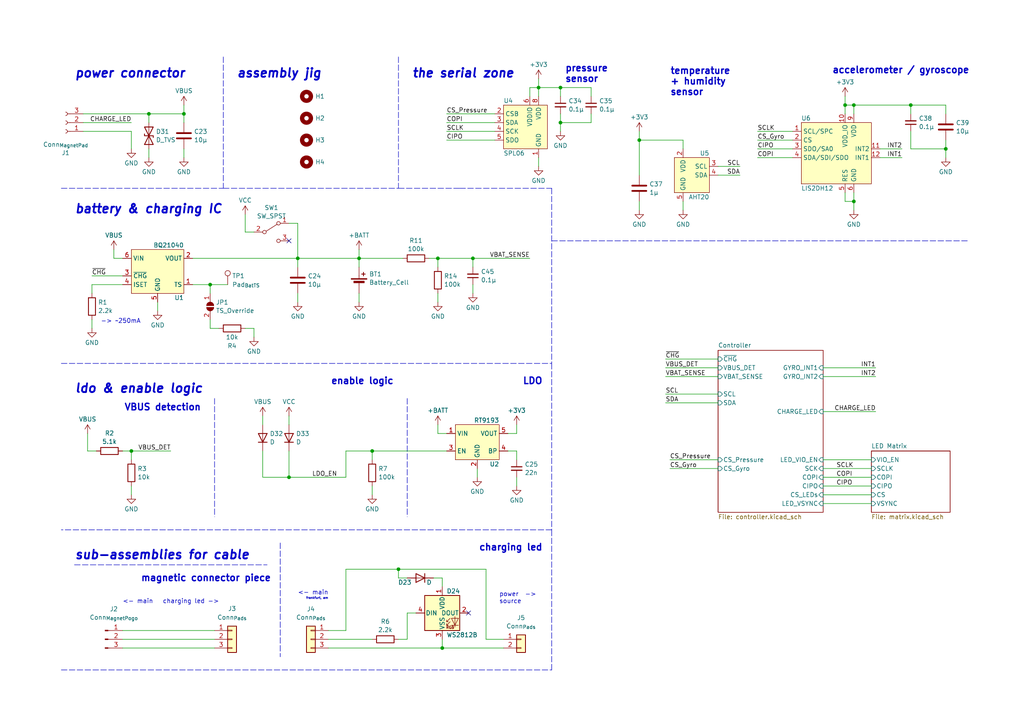
<source format=kicad_sch>
(kicad_sch (version 20230121) (generator eeschema)
  (paper "A4")
  (title_block (title "Self contained addressible RGB ring for 3M 501") (date "2024-01-08") (rev "r0.1") (company "xenua"))
  (lib_symbols
    (symbol "Connector:Conn_01x03_Pin" (pin_names (offset 1.016) hide)
      (property "Reference" "J" (at 0 5.08 0))
      (property "Value" "Conn_01x03_Pin" (at 0 -5.08 0))
      (symbol "Conn_01x03_Pin_1_1"
        (polyline (pts (xy 1.27 -2.54) (xy 0.8636 -2.54)) (stroke (width 0.1524)))
        (polyline (pts (xy 1.27 0) (xy 0.8636 0)) (stroke (width 0.1524)))
        (polyline (pts (xy 1.27 2.54) (xy 0.8636 2.54)) (stroke (width 0.1524)))
        (rectangle (start 0.8636 -2.413) (end 0 -2.667) (stroke (width 0.1524)) (fill (type outline)))
        (rectangle (start 0.8636 0.127) (end 0 -0.127) (stroke (width 0.1524)) (fill (type outline)))
        (rectangle (start 0.8636 2.667) (end 0 2.413) (stroke (width 0.1524)) (fill (type outline)))
        (pin passive line (at 5.08 2.54 180) (length 3.81) (name "Pin_1") (number "1"))
        (pin passive line (at 5.08 0 180) (length 3.81) (name "Pin_2") (number "2"))
        (pin passive line (at 5.08 -2.54 180) (length 3.81) (name "Pin_3") (number "3"))
      )
    )
    (symbol "Connector:Conn_01x03_Socket" (pin_names (offset 1.016) hide)
      (property "Reference" "J" (at 0 5.08 0))
      (property "Value" "Conn_01x03_Socket" (at 0 -5.08 0))
      (symbol "Conn_01x03_Socket_1_1"
        (arc (start 0 -2.032) (mid -0.5058 -2.54) (end 0 -3.048) (stroke (width 0.1524)))
        (polyline (pts (xy -1.27 -2.54) (xy -0.508 -2.54)) (stroke (width 0.1524)))
        (polyline (pts (xy -1.27 0) (xy -0.508 0)) (stroke (width 0.1524)))
        (polyline (pts (xy -1.27 2.54) (xy -0.508 2.54)) (stroke (width 0.1524)))
        (arc (start 0 0.508) (mid -0.5058 0) (end 0 -0.508) (stroke (width 0.1524)))
        (arc (start 0 3.048) (mid -0.5058 2.54) (end 0 2.032) (stroke (width 0.1524)))
        (pin passive line (at -5.08 2.54 0) (length 3.81) (name "Pin_1") (number "1"))
        (pin passive line (at -5.08 0 0) (length 3.81) (name "Pin_2") (number "2"))
        (pin passive line (at -5.08 -2.54 0) (length 3.81) (name "Pin_3") (number "3"))
      )
    )
    (symbol "Connector:TestPoint" (pin_numbers hide) (pin_names (offset 0.762) hide)
      (property "Reference" "TP" (at 0 6.858 0))
      (property "Value" "TestPoint" (at 0 5.08 0))
      (symbol "TestPoint_0_1"
        (circle (center 0 3.302) (radius 0.762))
      )
      (symbol "TestPoint_1_1"
        (pin passive line (at 0 0 90) (length 2.54) (name "1") (number "1"))
      )
    )
    (symbol "Connector_Generic:Conn_01x02" (pin_names (offset 1.016) hide)
      (property "Reference" "J" (at 0 2.54 0))
      (property "Value" "Conn_01x02" (at 0 -5.08 0))
      (symbol "Conn_01x02_1_1"
        (rectangle (start -1.27 -2.413) (end 0 -2.667) (stroke (width 0.1524)))
        (rectangle (start -1.27 0.127) (end 0 -0.127) (stroke (width 0.1524)))
        (rectangle (start -1.27 1.27) (end 1.27 -3.81) (stroke (width 0.254)) (fill (type background)))
        (pin passive line (at -5.08 0 0) (length 3.81) (name "Pin_1") (number "1"))
        (pin passive line (at -5.08 -2.54 0) (length 3.81) (name "Pin_2") (number "2"))
      )
    )
    (symbol "Connector_Generic:Conn_01x03" (pin_names (offset 1.016) hide)
      (property "Reference" "J" (at 0 5.08 0))
      (property "Value" "Conn_01x03" (at 0 -5.08 0))
      (symbol "Conn_01x03_1_1"
        (rectangle (start -1.27 -2.413) (end 0 -2.667) (stroke (width 0.1524)))
        (rectangle (start -1.27 0.127) (end 0 -0.127) (stroke (width 0.1524)))
        (rectangle (start -1.27 2.667) (end 0 2.413) (stroke (width 0.1524)))
        (rectangle (start -1.27 3.81) (end 1.27 -3.81) (stroke (width 0.254)) (fill (type background)))
        (pin passive line (at -5.08 2.54 0) (length 3.81) (name "Pin_1") (number "1"))
        (pin passive line (at -5.08 0 0) (length 3.81) (name "Pin_2") (number "2"))
        (pin passive line (at -5.08 -2.54 0) (length 3.81) (name "Pin_3") (number "3"))
      )
    )
    (symbol "Device:Battery_Cell" (pin_numbers hide) (pin_names (offset 0) hide)
      (property "Reference" "BT" (at 2.54 2.54 0))
      (property "Value" "Battery_Cell" (at 2.54 0 0))
      (symbol "Battery_Cell_0_1"
        (rectangle (start -2.286 1.778) (end 2.286 1.524) (fill (type outline)))
        (rectangle (start -1.524 1.016) (end 1.524 0.508) (fill (type outline)))
        (polyline (pts (xy 0 0.762) (xy 0 0)))
        (polyline (pts (xy 0 1.778) (xy 0 2.54)))
        (polyline (pts (xy 0.762 3.048) (xy 1.778 3.048)) (stroke (width 0.254)))
        (polyline (pts (xy 1.27 3.556) (xy 1.27 2.54)) (stroke (width 0.254)))
      )
      (symbol "Battery_Cell_1_1"
        (pin passive line (at 0 5.08 270) (length 2.54) (name "+") (number "1"))
        (pin passive line (at 0 -2.54 90) (length 2.54) (name "-") (number "2"))
      )
    )
    (symbol "Device:C" (pin_numbers hide) (pin_names (offset 0.254))
      (property "Reference" "C" (at 0.635 2.54 0))
      (property "Value" "C" (at 0.635 -2.54 0))
      (symbol "C_0_1"
        (polyline (pts (xy -2.032 -0.762) (xy 2.032 -0.762)) (stroke (width 0.508)))
        (polyline (pts (xy -2.032 0.762) (xy 2.032 0.762)) (stroke (width 0.508)))
      )
      (symbol "C_1_1"
        (pin passive line (at 0 3.81 270) (length 2.794) (name "~") (number "1"))
        (pin passive line (at 0 -3.81 90) (length 2.794) (name "~") (number "2"))
      )
    )
    (symbol "Device:C_Small" (pin_numbers hide) (pin_names (offset 0.254) hide)
      (property "Reference" "C" (at 0.254 1.778 0))
      (property "Value" "C_Small" (at 0.254 -2.032 0))
      (symbol "C_Small_0_1"
        (polyline (pts (xy -1.524 -0.508) (xy 1.524 -0.508)) (stroke (width 0.3302)))
        (polyline (pts (xy -1.524 0.508) (xy 1.524 0.508)) (stroke (width 0.3048)))
      )
      (symbol "C_Small_1_1"
        (pin passive line (at 0 2.54 270) (length 2.032) (name "~") (number "1"))
        (pin passive line (at 0 -2.54 90) (length 2.032) (name "~") (number "2"))
      )
    )
    (symbol "Device:D" (pin_numbers hide) (pin_names (offset 1.016) hide)
      (property "Reference" "D" (at 0 2.54 0))
      (property "Value" "D" (at 0 -2.54 0))
      (symbol "D_0_1"
        (polyline (pts (xy -1.27 1.27) (xy -1.27 -1.27)) (stroke (width 0.254)))
        (polyline (pts (xy 1.27 0) (xy -1.27 0)))
        (polyline (pts (xy 1.27 1.27) (xy 1.27 -1.27) (xy -1.27 0) (xy 1.27 1.27)) (stroke (width 0.254)))
      )
      (symbol "D_1_1"
        (pin passive line (at -3.81 0 0) (length 2.54) (name "K") (number "1"))
        (pin passive line (at 3.81 0 180) (length 2.54) (name "A") (number "2"))
      )
    )
    (symbol "Device:D_TVS" (pin_numbers hide) (pin_names (offset 1.016) hide)
      (property "Reference" "D" (at 0 2.54 0))
      (property "Value" "D_TVS" (at 0 -2.54 0))
      (symbol "D_TVS_0_1"
        (polyline (pts (xy 1.27 0) (xy -1.27 0)))
        (polyline (pts (xy 0.508 1.27) (xy 0 1.27) (xy 0 -1.27) (xy -0.508 -1.27)) (stroke (width 0.254)))
        (polyline (pts (xy -2.54 1.27) (xy -2.54 -1.27) (xy 2.54 1.27) (xy 2.54 -1.27) (xy -2.54 1.27)) (stroke (width 0.254)))
      )
      (symbol "D_TVS_1_1"
        (pin passive line (at -3.81 0 0) (length 2.54) (name "A1") (number "1"))
        (pin passive line (at 3.81 0 180) (length 2.54) (name "A2") (number "2"))
      )
    )
    (symbol "Device:R" (pin_numbers hide) (pin_names (offset 0))
      (property "Reference" "R" (at 2.032 0 90))
      (property "Value" "R" (at 0 0 90))
      (symbol "R_0_1"
        (rectangle (start -1.016 -2.54) (end 1.016 2.54) (stroke (width 0.254)))
      )
      (symbol "R_1_1"
        (pin passive line (at 0 3.81 270) (length 1.27) (name "~") (number "1"))
        (pin passive line (at 0 -3.81 90) (length 1.27) (name "~") (number "2"))
      )
    )
    (symbol "Jumper:SolderJumper_2_Open" (pin_names (offset 0) hide)
      (property "Reference" "JP" (at 0 2.032 0))
      (property "Value" "SolderJumper_2_Open" (at 0 -2.54 0))
      (symbol "SolderJumper_2_Open_0_1"
        (arc (start -0.254 1.016) (mid -1.2656 0) (end -0.254 -1.016))
        (arc (start -0.254 1.016) (mid -1.2656 0) (end -0.254 -1.016) (fill (type outline)))
        (polyline (pts (xy -0.254 1.016) (xy -0.254 -1.016)))
        (polyline (pts (xy 0.254 1.016) (xy 0.254 -1.016)))
        (arc (start 0.254 -1.016) (mid 1.2656 0) (end 0.254 1.016))
        (arc (start 0.254 -1.016) (mid 1.2656 0) (end 0.254 1.016) (fill (type outline)))
      )
      (symbol "SolderJumper_2_Open_1_1"
        (pin passive line (at -3.81 0 0) (length 2.54) (name "A") (number "1"))
        (pin passive line (at 3.81 0 180) (length 2.54) (name "B") (number "2"))
      )
    )
    (symbol "LED:WS2812B" (pin_names (offset 0.254))
      (property "Reference" "D" (at 5.08 5.715 0))
      (property "Value" "WS2812B" (at 1.27 -5.715 0))
      (symbol "WS2812B_0_0"
        (text "RGB" (at 2.286 -4.191 0) (effects (font (size 0.762 0.762))))
      )
      (symbol "WS2812B_0_1"
        (polyline (pts (xy 1.27 -3.556) (xy 1.778 -3.556)))
        (polyline (pts (xy 1.27 -2.54) (xy 1.778 -2.54)))
        (polyline (pts (xy 4.699 -3.556) (xy 2.667 -3.556)))
        (polyline (pts (xy 2.286 -2.54) (xy 1.27 -3.556) (xy 1.27 -3.048)))
        (polyline (pts (xy 2.286 -1.524) (xy 1.27 -2.54) (xy 1.27 -2.032)))
        (polyline (pts (xy 3.683 -1.016) (xy 3.683 -3.556) (xy 3.683 -4.064)))
        (polyline (pts (xy 4.699 -1.524) (xy 2.667 -1.524) (xy 3.683 -3.556) (xy 4.699 -1.524)))
        (rectangle (start 5.08 5.08) (end -5.08 -5.08) (stroke (width 0.254)) (fill (type background)))
      )
      (symbol "WS2812B_1_1"
        (pin power_in line (at 0 7.62 270) (length 2.54) (name "VDD") (number "1"))
        (pin output line (at 7.62 0 180) (length 2.54) (name "DOUT") (number "2"))
        (pin power_in line (at 0 -7.62 90) (length 2.54) (name "VSS") (number "3"))
        (pin input line (at -7.62 0 0) (length 2.54) (name "DIN") (number "4"))
      )
    )
    (symbol "Mechanical:MountingHole" (pin_names (offset 1.016))
      (property "Reference" "H" (at 0 5.08 0))
      (property "Value" "MountingHole" (at 0 3.175 0))
      (symbol "MountingHole_0_1"
        (circle (center 0 0) (radius 1.27) (stroke (width 1.27)))
      )
    )
    (symbol "Switch:SW_SPDT" (pin_names (offset 0) hide)
      (property "Reference" "SW" (at 0 4.318 0))
      (property "Value" "SW_SPDT" (at 0 -5.08 0))
      (symbol "SW_SPDT_0_0"
        (circle (center -2.032 0) (radius 0.508))
        (circle (center 2.032 -2.54) (radius 0.508))
      )
      (symbol "SW_SPDT_0_1"
        (polyline (pts (xy -1.524 0.254) (xy 1.651 2.286)))
        (circle (center 2.032 2.54) (radius 0.508))
      )
      (symbol "SW_SPDT_1_1"
        (pin passive line (at 5.08 2.54 180) (length 2.54) (name "A") (number "1"))
        (pin passive line (at -5.08 0 0) (length 2.54) (name "B") (number "2"))
        (pin passive line (at 5.08 -2.54 180) (length 2.54) (name "C") (number "3"))
      )
    )
    (symbol "power:+3V3" (power) (pin_names (offset 0))
      (property "Value" "+3V3" (at 0 3.556 0))
      (symbol "+3V3_0_1"
        (polyline (pts (xy -0.762 1.27) (xy 0 2.54)))
        (polyline (pts (xy 0 0) (xy 0 2.54)))
        (polyline (pts (xy 0 2.54) (xy 0.762 1.27)))
      )
      (symbol "+3V3_1_1"
        (pin power_in line (at 0 0 90) (length 0) hide (name "+3V3") (number "1"))
      )
    )
    (symbol "power:+BATT" (power) (pin_names (offset 0))
      (property "Value" "+BATT" (at 0 3.556 0))
      (symbol "+BATT_0_1"
        (polyline (pts (xy -0.762 1.27) (xy 0 2.54)))
        (polyline (pts (xy 0 0) (xy 0 2.54)))
        (polyline (pts (xy 0 2.54) (xy 0.762 1.27)))
      )
      (symbol "+BATT_1_1"
        (pin power_in line (at 0 0 90) (length 0) hide (name "+BATT") (number "1"))
      )
    )
    (symbol "power:GND" (power) (pin_names (offset 0))
      (property "Value" "GND" (at 0 -3.81 0))
      (symbol "GND_0_1"
        (polyline (pts (xy 0 0) (xy 0 -1.27) (xy 1.27 -1.27) (xy 0 -2.54) (xy -1.27 -1.27) (xy 0 -1.27)))
      )
      (symbol "GND_1_1"
        (pin power_in line (at 0 0 270) (length 0) hide (name "GND") (number "1"))
      )
    )
    (symbol "power:VBUS" (power) (pin_names (offset 0))
      (property "Value" "VBUS" (at 0 3.81 0))
      (symbol "VBUS_0_1"
        (polyline (pts (xy -0.762 1.27) (xy 0 2.54)))
        (polyline (pts (xy 0 0) (xy 0 2.54)))
        (polyline (pts (xy 0 2.54) (xy 0.762 1.27)))
      )
      (symbol "VBUS_1_1"
        (pin power_in line (at 0 0 90) (length 0) hide (name "VBUS") (number "1"))
      )
    )
    (symbol "power:VCC" (power) (pin_names (offset 0))
      (property "Value" "VCC" (at 0 3.81 0))
      (symbol "VCC_0_1"
        (polyline (pts (xy -0.762 1.27) (xy 0 2.54)))
        (polyline (pts (xy 0 0) (xy 0 2.54)))
        (polyline (pts (xy 0 2.54) (xy 0.762 1.27)))
      )
      (symbol "VCC_1_1"
        (pin power_in line (at 0 0 90) (length 0) hide (name "VCC") (number "1"))
      )
    )
    (symbol "xenua:AHT20"
      (property "Reference" "U" (at 5.08 6.35 0))
      (property "Value" "AHT20" (at 5.08 -6.35 0))
      (symbol "AHT20_0_1"
        (rectangle (start 3.81 -5.08) (end 3.81 -5.08))
      )
      (symbol "AHT20_1_1"
        (rectangle (start -5.08 5.08) (end 5.08 -5.08) (fill (type background)))
        (pin no_connect line (at 7.62 -2.54 180) (length 2.54) hide (name "NC") (number "1"))
        (pin power_in line (at -2.54 7.62 270) (length 2.54) (name "VDD") (number "2"))
        (pin input line (at 7.62 2.54 180) (length 2.54) (name "SCL") (number "3"))
        (pin input line (at 7.62 0 180) (length 2.54) (name "SDA") (number "4"))
        (pin power_in line (at -2.54 -7.62 90) (length 2.54) (name "GND") (number "5"))
        (pin no_connect line (at 7.62 -2.54 180) (length 2.54) hide (name "NC") (number "6"))
      )
    )
    (symbol "xenua:BQ21040"
      (property "Reference" "U" (at 7.62 -7.62 0))
      (property "Value" "BQ21040" (at 7.62 7.62 0))
      (symbol "BQ21040_1_1"
        (rectangle (start -7.62 6.35) (end 7.62 -6.35) (fill (type background)))
        (pin input line (at 10.16 -3.81 180) (length 2.54) (name "TS") (number "1"))
        (pin power_out line (at 10.16 3.81 180) (length 2.54) (name "VOUT") (number "2"))
        (pin output line (at -10.16 -1.27 0) (length 2.54) (name "~{CHG}") (number "3"))
        (pin input line (at -10.16 -3.81 0) (length 2.54) (name "ISET") (number "4"))
        (pin power_in line (at 0 -8.89 90) (length 2.54) (name "GND") (number "5"))
        (pin power_in line (at -10.16 3.81 0) (length 2.54) (name "VIN") (number "6"))
      )
    )
    (symbol "xenua:LIS2DH12"
      (property "Reference" "U" (at 0 1.27 0))
      (property "Value" "LIS2DH12" (at 0 -19.05 0))
      (symbol "LIS2DH12_1_1"
        (rectangle (start 0 0) (end 20.32 -17.78) (fill (type background)))
        (pin input line (at -2.54 -2.54 0) (length 2.54) (name "SCL/SPC") (number "1"))
        (pin power_in line (at 12.7 2.54 270) (length 2.54) (name "VDD_IO") (number "10"))
        (pin output line (at 22.86 -7.62 180) (length 2.54) (name "INT2") (number "11"))
        (pin output line (at 22.86 -10.16 180) (length 2.54) (name "INT1") (number "12"))
        (pin input line (at -2.54 -5.08 0) (length 2.54) (name "CS") (number "2"))
        (pin bidirectional line (at -2.54 -7.62 0) (length 2.54) (name "SDO/SA0") (number "3"))
        (pin bidirectional line (at -2.54 -10.16 0) (length 2.54) (name "SDA/SDI/SDO") (number "4"))
        (pin bidirectional line (at 12.7 -20.32 90) (length 2.54) (name "RES") (number "5"))
        (pin power_in line (at 15.24 -20.32 90) (length 2.54) (name "GND") (number "6"))
        (pin power_in line (at 15.24 -20.32 90) (length 2.54) hide (name "GND") (number "7"))
        (pin power_in line (at 15.24 -20.32 90) (length 2.54) hide (name "GND") (number "8"))
        (pin power_in line (at 15.24 2.54 270) (length 2.54) (name "VDD") (number "9"))
      )
    )
    (symbol "xenua:RT9193"
      (property "Reference" "U" (at 6.35 -6.35 0))
      (property "Value" "RT9193" (at 6.35 6.35 0))
      (symbol "RT9193_1_1"
        (rectangle (start -6.35 5.08) (end 6.35 -5.08) (fill (type background)))
        (pin power_in line (at -8.89 2.54 0) (length 2.54) (name "VIN") (number "1"))
        (pin power_in line (at 0 -7.62 90) (length 2.54) (name "GND") (number "2"))
        (pin input line (at -8.89 -2.54 0) (length 2.54) (name "EN") (number "3"))
        (pin output line (at 8.89 -2.54 180) (length 2.54) (name "BP") (number "4"))
        (pin power_out line (at 8.89 2.54 180) (length 2.54) (name "VOUT") (number "5"))
      )
    )
    (symbol "xenua:SPL06"
      (property "Reference" "U" (at -6.35 7.62 0))
      (property "Value" "SPL06" (at -6.35 -7.62 0))
      (symbol "SPL06_1_1"
        (rectangle (start -6.35 6.35) (end 6.35 -6.35) (fill (type background)))
        (pin power_in line (at 3.81 -8.89 90) (length 2.54) (name "GND") (number "1"))
        (pin input line (at -8.89 3.81 0) (length 2.54) (name "CSB") (number "2"))
        (pin input line (at -8.89 1.27 0) (length 2.54) (name "SDA") (number "3"))
        (pin input line (at -8.89 -1.27 0) (length 2.54) (name "SCK") (number "4"))
        (pin bidirectional line (at -8.89 -3.81 0) (length 2.54) (name "SDO") (number "5"))
        (pin power_in line (at 1.27 8.89 270) (length 2.54) (name "VDDIO") (number "6"))
        (pin power_in line (at 3.81 -8.89 90) (length 2.54) hide (name "GND") (number "7"))
        (pin power_in line (at 3.81 8.89 270) (length 2.54) (name "VDD") (number "8"))
      )
    )
  )
  (junction (at 264.16 30.48))
  (junction (at 83.82 138.43))
  (junction (at 38.1 130.81))
  (junction (at 274.32 43.18))
  (junction (at 245.11 30.48))
  (junction (at 162.56 35.56))
  (junction (at 107.95 130.81))
  (junction (at 60.96 82.55))
  (junction (at 162.56 25.4))
  (junction (at 247.65 30.48))
  (junction (at 127 74.93))
  (junction (at 43.18 33.02))
  (junction (at 185.42 40.64))
  (junction (at 137.16 74.93))
  (junction (at 104.14 74.93))
  (junction (at 86.36 74.93))
  (junction (at 115.57 165.1))
  (junction (at 156.21 25.4))
  (junction (at 128.27 187.96))
  (junction (at 247.65 58.42))
  (junction (at 53.34 33.02))
  (no_connect (at 135.89 177.8))
  (no_connect (at 83.82 69.85))
  (wire (pts (xy 194.31 135.89) (xy 208.28 135.89)))
  (wire (pts (xy 149.86 123.19) (xy 149.86 125.73)))
  (wire (pts (xy 149.86 130.81) (xy 147.32 130.81)))
  (polyline (pts (xy 81.28 157.48) (xy 81.28 190.5)) (stroke (width 0) (type dash)))
  (wire (pts (xy 198.12 40.64) (xy 198.12 43.18)))
  (wire (pts (xy 238.76 119.38) (xy 254 119.38)))
  (wire (pts (xy 71.12 62.23) (xy 71.12 67.31)))
  (wire (pts (xy 35.56 74.93) (xy 33.02 74.93)))
  (polyline (pts (xy 160.02 54.61) (xy 160.02 105.41)) (stroke (width 0) (type dash)))
  (wire (pts (xy 238.76 140.97) (xy 252.73 140.97)))
  (wire (pts (xy 208.28 50.8) (xy 214.63 50.8)))
  (wire (pts (xy 25.4 125.73) (xy 25.4 130.81)))
  (wire (pts (xy 127 74.93) (xy 124.46 74.93)))
  (wire (pts (xy 162.56 35.56) (xy 162.56 38.1)))
  (wire (pts (xy 264.16 43.18) (xy 274.32 43.18)))
  (wire (pts (xy 35.56 82.55) (xy 26.67 82.55)))
  (wire (pts (xy 86.36 74.93) (xy 86.36 64.77)))
  (wire (pts (xy 100.33 165.1) (xy 115.57 165.1)))
  (wire (pts (xy 53.34 33.02) (xy 53.34 35.56)))
  (wire (pts (xy 86.36 85.09) (xy 86.36 87.63)))
  (wire (pts (xy 193.04 116.84) (xy 208.28 116.84)))
  (polyline (pts (xy 17.78 54.61) (xy 64.77 54.61)) (stroke (width 0) (type dash)))
  (wire (pts (xy 162.56 35.56) (xy 171.45 35.56)))
  (wire (pts (xy 162.56 33.02) (xy 162.56 35.56)))
  (wire (pts (xy 107.95 130.81) (xy 107.95 133.35)))
  (wire (pts (xy 193.04 104.14) (xy 208.28 104.14)))
  (wire (pts (xy 264.16 30.48) (xy 264.16 33.02)))
  (wire (pts (xy 171.45 25.4) (xy 162.56 25.4)))
  (wire (pts (xy 162.56 25.4) (xy 156.21 25.4)))
  (wire (pts (xy 156.21 25.4) (xy 156.21 27.94)))
  (wire (pts (xy 24.13 33.02) (xy 43.18 33.02)))
  (wire (pts (xy 104.14 85.09) (xy 104.14 87.63)))
  (wire (pts (xy 198.12 58.42) (xy 198.12 60.96)))
  (wire (pts (xy 83.82 120.65) (xy 83.82 123.19)))
  (polyline (pts (xy 118.11 115.57) (xy 118.11 149.86)) (stroke (width 0) (type dash)))
  (wire (pts (xy 193.04 109.22) (xy 208.28 109.22)))
  (wire (pts (xy 137.16 82.55) (xy 137.16 85.09)))
  (wire (pts (xy 76.2 120.65) (xy 76.2 123.19)))
  (wire (pts (xy 26.67 82.55) (xy 26.67 85.09)))
  (wire (pts (xy 245.11 55.88) (xy 245.11 58.42)))
  (wire (pts (xy 83.82 130.81) (xy 83.82 138.43)))
  (wire (pts (xy 118.11 177.8) (xy 120.65 177.8)))
  (wire (pts (xy 185.42 38.1) (xy 185.42 40.64)))
  (wire (pts (xy 127 74.93) (xy 137.16 74.93)))
  (wire (pts (xy 238.76 138.43) (xy 252.73 138.43)))
  (wire (pts (xy 137.16 74.93) (xy 137.16 77.47)))
  (wire (pts (xy 60.96 92.71) (xy 60.96 95.25)))
  (wire (pts (xy 274.32 33.02) (xy 274.32 30.48)))
  (wire (pts (xy 38.1 130.81) (xy 38.1 133.35)))
  (wire (pts (xy 38.1 130.81) (xy 49.53 130.81)))
  (wire (pts (xy 127 85.09) (xy 127 87.63)))
  (wire (pts (xy 107.95 130.81) (xy 129.54 130.81)))
  (polyline (pts (xy 160.02 69.85) (xy 280.67 69.85)) (stroke (width 0) (type dash)))
  (wire (pts (xy 156.21 22.86) (xy 156.21 25.4)))
  (wire (pts (xy 274.32 43.18) (xy 274.32 40.64)))
  (wire (pts (xy 95.25 182.88) (xy 100.33 182.88)))
  (wire (pts (xy 53.34 45.72) (xy 53.34 43.18)))
  (wire (pts (xy 149.86 138.43) (xy 149.86 140.97)))
  (wire (pts (xy 125.73 167.64) (xy 128.27 167.64)))
  (wire (pts (xy 238.76 109.22) (xy 254 109.22)))
  (wire (pts (xy 185.42 40.64) (xy 198.12 40.64)))
  (wire (pts (xy 171.45 33.02) (xy 171.45 35.56)))
  (wire (pts (xy 129.54 35.56) (xy 143.51 35.56)))
  (wire (pts (xy 104.14 74.93) (xy 104.14 77.47)))
  (polyline (pts (xy 115.57 54.61) (xy 133.35 54.61)) (stroke (width 0) (type dash)))
  (wire (pts (xy 238.76 106.68) (xy 254 106.68)))
  (polyline (pts (xy 115.57 16.51) (xy 115.57 54.61)) (stroke (width 0) (type dash)))
  (wire (pts (xy 247.65 58.42) (xy 247.65 60.96)))
  (wire (pts (xy 147.32 125.73) (xy 149.86 125.73)))
  (wire (pts (xy 247.65 30.48) (xy 264.16 30.48)))
  (wire (pts (xy 35.56 185.42) (xy 62.23 185.42)))
  (wire (pts (xy 53.34 30.48) (xy 53.34 33.02)))
  (wire (pts (xy 38.1 140.97) (xy 38.1 143.51)))
  (wire (pts (xy 153.67 27.94) (xy 153.67 25.4)))
  (wire (pts (xy 60.96 82.55) (xy 60.96 85.09)))
  (wire (pts (xy 208.28 48.26) (xy 214.63 48.26)))
  (wire (pts (xy 38.1 38.1) (xy 24.13 38.1)))
  (wire (pts (xy 100.33 182.88) (xy 100.33 165.1)))
  (wire (pts (xy 25.4 130.81) (xy 27.94 130.81)))
  (wire (pts (xy 95.25 187.96) (xy 128.27 187.96)))
  (wire (pts (xy 43.18 33.02) (xy 53.34 33.02)))
  (polyline (pts (xy 133.35 54.61) (xy 160.02 54.61)) (stroke (width 0) (type dash)))
  (wire (pts (xy 247.65 58.42) (xy 247.65 55.88)))
  (wire (pts (xy 219.71 45.72) (xy 229.87 45.72)))
  (wire (pts (xy 129.54 38.1) (xy 143.51 38.1)))
  (wire (pts (xy 24.13 35.56) (xy 38.1 35.56)))
  (wire (pts (xy 55.88 82.55) (xy 60.96 82.55)))
  (wire (pts (xy 185.42 40.64) (xy 185.42 50.8)))
  (wire (pts (xy 45.72 90.17) (xy 45.72 87.63)))
  (polyline (pts (xy 62.23 115.57) (xy 62.23 149.86)) (stroke (width 0) (type dash)))
  (wire (pts (xy 43.18 43.18) (xy 43.18 45.72)))
  (wire (pts (xy 26.67 92.71) (xy 26.67 95.25)))
  (wire (pts (xy 247.65 30.48) (xy 245.11 30.48)))
  (wire (pts (xy 245.11 58.42) (xy 247.65 58.42)))
  (wire (pts (xy 73.66 95.25) (xy 73.66 97.79)))
  (wire (pts (xy 129.54 33.02) (xy 143.51 33.02)))
  (wire (pts (xy 127 125.73) (xy 129.54 125.73)))
  (wire (pts (xy 35.56 182.88) (xy 62.23 182.88)))
  (wire (pts (xy 35.56 187.96) (xy 62.23 187.96)))
  (wire (pts (xy 86.36 74.93) (xy 86.36 77.47)))
  (wire (pts (xy 118.11 167.64) (xy 115.57 167.64)))
  (wire (pts (xy 83.82 138.43) (xy 100.33 138.43)))
  (wire (pts (xy 60.96 95.25) (xy 63.5 95.25)))
  (wire (pts (xy 83.82 64.77) (xy 86.36 64.77)))
  (wire (pts (xy 229.87 40.64) (xy 219.71 40.64)))
  (wire (pts (xy 76.2 130.81) (xy 76.2 138.43)))
  (polyline (pts (xy 64.77 16.51) (xy 64.77 54.61)) (stroke (width 0) (type dash)))
  (wire (pts (xy 129.54 40.64) (xy 143.51 40.64)))
  (wire (pts (xy 194.31 133.35) (xy 208.28 133.35)))
  (wire (pts (xy 60.96 82.55) (xy 66.04 82.55)))
  (wire (pts (xy 115.57 165.1) (xy 140.97 165.1)))
  (polyline (pts (xy 17.78 105.41) (xy 160.02 105.41)) (stroke (width 0) (type dash)))
  (wire (pts (xy 238.76 133.35) (xy 252.73 133.35)))
  (polyline (pts (xy 64.77 54.61) (xy 115.57 54.61)) (stroke (width 0) (type dash)))
  (wire (pts (xy 153.67 25.4) (xy 156.21 25.4)))
  (wire (pts (xy 86.36 74.93) (xy 104.14 74.93)))
  (wire (pts (xy 274.32 43.18) (xy 274.32 45.72)))
  (wire (pts (xy 118.11 177.8) (xy 118.11 185.42)))
  (wire (pts (xy 162.56 25.4) (xy 162.56 27.94)))
  (wire (pts (xy 137.16 74.93) (xy 153.67 74.93)))
  (wire (pts (xy 238.76 146.05) (xy 252.73 146.05)))
  (wire (pts (xy 128.27 187.96) (xy 146.05 187.96)))
  (wire (pts (xy 264.16 30.48) (xy 274.32 30.48)))
  (wire (pts (xy 238.76 135.89) (xy 252.73 135.89)))
  (wire (pts (xy 219.71 38.1) (xy 229.87 38.1)))
  (wire (pts (xy 255.27 45.72) (xy 261.62 45.72)))
  (wire (pts (xy 238.76 143.51) (xy 252.73 143.51)))
  (polyline (pts (xy 160.02 105.41) (xy 160.02 153.67)) (stroke (width 0) (type dash)))
  (wire (pts (xy 219.71 43.18) (xy 229.87 43.18)))
  (wire (pts (xy 193.04 114.3) (xy 208.28 114.3)))
  (wire (pts (xy 138.43 135.89) (xy 138.43 138.43)))
  (polyline (pts (xy 17.78 194.31) (xy 160.02 194.31)) (stroke (width 0) (type dash)))
  (wire (pts (xy 115.57 185.42) (xy 118.11 185.42)))
  (polyline (pts (xy 160.02 194.31) (xy 160.02 153.67)) (stroke (width 0) (type dash)))
  (wire (pts (xy 104.14 72.39) (xy 104.14 74.93)))
  (wire (pts (xy 146.05 185.42) (xy 140.97 185.42)))
  (wire (pts (xy 104.14 74.93) (xy 116.84 74.93)))
  (wire (pts (xy 95.25 185.42) (xy 107.95 185.42)))
  (wire (pts (xy 247.65 30.48) (xy 247.65 33.02)))
  (wire (pts (xy 156.21 45.72) (xy 156.21 48.26)))
  (polyline (pts (xy 21.59 163.83) (xy 77.47 163.83)) (stroke (width 0) (type dash)))
  (wire (pts (xy 171.45 27.94) (xy 171.45 25.4)))
  (wire (pts (xy 264.16 38.1) (xy 264.16 43.18)))
  (wire (pts (xy 128.27 167.64) (xy 128.27 170.18)))
  (wire (pts (xy 149.86 133.35) (xy 149.86 130.81)))
  (wire (pts (xy 100.33 138.43) (xy 100.33 130.81)))
  (wire (pts (xy 71.12 95.25) (xy 73.66 95.25)))
  (polyline (pts (xy 160.02 153.67) (xy 17.78 153.67)) (stroke (width 0) (type dash)))
  (wire (pts (xy 185.42 58.42) (xy 185.42 60.96)))
  (wire (pts (xy 107.95 140.97) (xy 107.95 143.51)))
  (wire (pts (xy 43.18 33.02) (xy 43.18 35.56)))
  (wire (pts (xy 255.27 43.18) (xy 261.62 43.18)))
  (wire (pts (xy 245.11 33.02) (xy 245.11 30.48)))
  (wire (pts (xy 33.02 72.39) (xy 33.02 74.93)))
  (wire (pts (xy 128.27 185.42) (xy 128.27 187.96)))
  (wire (pts (xy 76.2 138.43) (xy 83.82 138.43)))
  (wire (pts (xy 245.11 27.94) (xy 245.11 30.48)))
  (wire (pts (xy 55.88 74.93) (xy 86.36 74.93)))
  (wire (pts (xy 35.56 130.81) (xy 38.1 130.81)))
  (wire (pts (xy 38.1 43.18) (xy 38.1 38.1)))
  (wire (pts (xy 140.97 165.1) (xy 140.97 185.42)))
  (wire (pts (xy 193.04 106.68) (xy 208.28 106.68)))
  (wire (pts (xy 71.12 67.31) (xy 73.66 67.31)))
  (wire (pts (xy 115.57 167.64) (xy 115.57 165.1)))
  (wire (pts (xy 100.33 130.81) (xy 107.95 130.81)))
  (wire (pts (xy 26.67 80.01) (xy 35.56 80.01)))
  (wire (pts (xy 127 123.19) (xy 127 125.73)))
  (wire (pts (xy 127 77.47) (xy 127 74.93)))
  (text "the serial zone" (at 119.38 22.86 0) (effects (font (size 2.54 2.54) (thickness 0.508) bold italic) (justify left bottom)))
  (text "sub-assemblies for cable" (at 21.59 162.56 0) (effects (font (size 2.54 2.54) (thickness 0.508) bold italic) (justify left bottom)))
  (text "charging led" (at 157.48 160.02 0) (effects (font (size 1.905 1.905) (thickness 0.381) bold) (justify right bottom)))
  (text "LDO" (at 157.48 111.76 0) (effects (font (size 1.905 1.905) (thickness 0.381) bold) (justify right bottom)))
  (text "enable logic" (at 114.3 111.76 0) (effects (font (size 1.905 1.905) (thickness 0.381) bold) (justify right bottom)))
  (text "-> ~250mA" (at 29.21 93.98 0) (effects (font (size 1.27 1.27)) (justify left bottom)))
  (text "<- main" (at 86.36 172.72 0) (effects (font (size 1.27 1.27)) (justify left bottom)))
  (text "frankfurt, am" (at 95.25 173.99 0) (effects (font (size 0.635 0.635)) (justify right bottom)))
  (text "ldo & enable logic" (at 21.59 114.3 0) (effects (font (size 2.54 2.54) (thickness 0.508) bold italic) (justify left bottom)))
  (text "magnetic connector piece" (at 78.74 168.91 0) (effects (font (size 1.905 1.905) (thickness 0.381) bold) (justify right bottom)))
  (text "pressure\nsensor" (at 163.83 24.13 0) (effects (font (size 1.905 1.905) (thickness 0.381) bold) (justify left bottom)))
  (text "temperature\n+ humidity\nsensor" (at 194.31 27.94 0) (effects (font (size 1.905 1.905) (thickness 0.381) bold) (justify left bottom)))
  (text "accelerometer / gyroscope" (at 241.3 21.59 0) (effects (font (size 1.905 1.905) (thickness 0.381) bold) (justify left bottom)))
  (text "battery & charging IC" (at 21.59 62.23 0) (effects (font (size 2.54 2.54) (thickness 0.508) bold italic) (justify left bottom)))
  (text "power  ->\nsource" (at 144.78 175.26 0) (effects (font (size 1.27 1.27)) (justify left bottom)))
  (text "<- main   charging led ->" (at 35.56 175.26 0) (effects (font (size 1.27 1.27)) (justify left bottom)))
  (text "power connector" (at 21.59 22.86 0) (effects (font (size 2.54 2.54) (thickness 0.508) bold italic) (justify left bottom)))
  (text "assembly jig" (at 68.58 22.86 0) (effects (font (size 2.54 2.54) (thickness 0.508) bold italic) (justify left bottom)))
  (text "VBUS detection" (at 58.42 119.38 0) (effects (font (size 1.905 1.905) (thickness 0.381) bold) (justify right bottom)))
  (label "SCLK" (at 219.71 38.1 0))
  (label "CIPO" (at 219.71 43.18 0))
  (label "SDA" (at 193.04 116.84 0))
  (label "~{CHG}" (at 193.04 104.14 0))
  (label "SCL" (at 214.63 48.26 180))
  (label "INT1" (at 261.62 45.72 180))
  (label "CS_Gyro" (at 219.71 40.64 0))
  (label "LDO_EN" (at 97.79 138.43 180))
  (label "COPI" (at 242.57 138.43 0))
  (label "VBAT_SENSE" (at 193.04 109.22 0))
  (label "SCLK" (at 129.54 38.1 0))
  (label "COPI" (at 129.54 35.56 0))
  (label "CIPO" (at 129.54 40.64 0))
  (label "INT2" (at 261.62 43.18 180))
  (label "CIPO" (at 242.57 140.97 0))
  (label "CS_Pressure" (at 129.54 33.02 0))
  (label "INT1" (at 254 106.68 180))
  (label "VBUS_DET" (at 193.04 106.68 0))
  (label "CS_Gyro" (at 194.31 135.89 0))
  (label "VBAT_SENSE" (at 153.67 74.93 180))
  (label "SCLK" (at 242.57 135.89 0))
  (label "SCL" (at 193.04 114.3 0))
  (label "COPI" (at 219.71 45.72 0))
  (label "VBUS_DET" (at 49.53 130.81 180))
  (label "CS_Pressure" (at 194.31 133.35 0))
  (label "SDA" (at 214.63 50.8 180))
  (label "INT2" (at 254 109.22 180))
  (label "CHARGE_LED" (at 254 119.38 180))
  (label "CHARGE_LED" (at 38.1 35.56 180))
  (label "~{CHG}" (at 26.67 80.01 0))
  (symbol (lib_id "Device:R") (at 120.65 74.93 90) (unit 1)
    (property "Reference" "R11" (at 120.65 69.7697 90))
    (property "Value" "100k" (at 120.65 72.1939 90))
    (property "Footprint" "Resistor_SMD:R_0402_1005Metric" (effects hide))
  )
  (symbol (lib_id "Connector:Conn_01x03_Socket") (at 19.05 35.56 180) (unit 1)
    (property "Reference" "J1" (at 19.05 44.3342 0))
    (property "Value" "Conn_{MagnetPad}" (at 19.05 41.91 0))
    (property "Footprint" "xenua:Conn_Magnet_3p" (effects hide))
  )
  (symbol (lib_id "power:+3V3") (at 185.42 38.1 0) (unit 1)
    (property "Reference" "#PWR044" (effects hide))
    (property "Value" "+3V3" (at 185.42 33.9669 0))
  )
  (symbol (lib_id "power:GND") (at 38.1 143.51 0) (unit 1)
    (property "Reference" "#PWR05" (effects hide))
    (property "Value" "GND" (at 38.1 147.6431 0))
  )
  (symbol (lib_id "Device:Battery_Cell") (at 104.14 82.55 0) (unit 1)
    (property "Reference" "BT1" (at 107.061 79.4964 0) (effects (justify left)))
    (property "Value" "Battery_Cell" (at 107.061 81.9206 0) (effects (justify left)))
    (property "Footprint" "xenua:Bat_Leads" (effects hide))
  )
  (symbol (lib_id "Connector_Generic:Conn_01x03") (at 67.31 185.42 0) (unit 1)
    (property "Reference" "J3" (at 67.31 176.53 0))
    (property "Value" "Conn_{Pads}" (at 67.31 179.07 0))
    (property "Footprint" "Connector_PinHeader_2.54mm:PinHeader_1x03_P2.54mm_Vertical" (effects hide))
  )
  (symbol (lib_id "Device:C") (at 86.36 81.28 0) (unit 1)
    (property "Reference" "C24" (at 89.281 80.0679 0) (effects (justify left)))
    (property "Value" "10µ" (at 89.281 82.4921 0) (effects (justify left)))
    (property "Footprint" "Capacitor_SMD:C_0402_1005Metric" (effects hide))
  )
  (symbol (lib_id "power:GND") (at 247.65 60.96 0) (unit 1)
    (property "Reference" "#PWR049" (effects hide))
    (property "Value" "GND" (at 247.65 65.0931 0))
  )
  (symbol (lib_id "power:VBUS") (at 76.2 120.65 0) (unit 1)
    (property "Reference" "#PWR010" (effects hide))
    (property "Value" "VBUS" (at 76.2 116.5169 0))
  )
  (symbol (lib_id "power:GND") (at 162.56 38.1 0) (unit 1)
    (property "Reference" "#PWR043" (effects hide))
    (property "Value" "GND" (at 162.56 42.2331 0))
  )
  (symbol (lib_id "power:GND") (at 86.36 87.63 0) (unit 1)
    (property "Reference" "#PWR017" (effects hide))
    (property "Value" "GND" (at 86.36 91.7631 0))
  )
  (symbol (lib_id "power:GND") (at 274.32 45.72 0) (unit 1)
    (property "Reference" "#PWR050" (effects hide))
    (property "Value" "GND" (at 274.32 49.8531 0))
  )
  (symbol (lib_id "Device:D") (at 76.2 127 270) (mirror x) (unit 1)
    (property "Reference" "D32" (at 78.232 125.7879 90) (effects (justify left)))
    (property "Value" "D" (at 78.232 128.2121 90) (effects (justify left)))
    (property "Footprint" "Diode_SMD:D_SOD-523" (effects hide))
    (property "Sim.Device" "D" (effects hide))
    (property "Sim.Pins" "1=K 2=A" (effects hide))
  )
  (symbol (lib_id "power:VBUS") (at 53.34 30.48 0) (unit 1)
    (property "Reference" "#PWR07" (effects hide))
    (property "Value" "VBUS" (at 53.34 26.3469 0))
  )
  (symbol (lib_id "Connector:TestPoint") (at 66.04 82.55 0) (unit 1)
    (property "Reference" "TP1" (at 67.31 80.01 0) (effects (justify left)))
    (property "Value" "Pad_{BatTS}" (at 67.31 82.55 0) (effects (justify left)))
    (property "Footprint" "TestPoint:TestPoint_Pad_D1.5mm" (effects hide))
  )
  (symbol (lib_id "Device:C") (at 274.32 36.83 0) (unit 1)
    (property "Reference" "C39" (at 277.241 35.6179 0) (effects (justify left)))
    (property "Value" "10µ" (at 277.241 38.0421 0) (effects (justify left)))
    (property "Footprint" "Capacitor_SMD:C_0402_1005Metric" (effects hide))
  )
  (symbol (lib_id "xenua:SPL06") (at 152.4 36.83 0) (unit 1)
    (property "Reference" "U4" (at 146.05 29.21 0) (effects (justify left)))
    (property "Value" "SPL06" (at 146.05 44.45 0) (effects (justify left)))
    (property "Footprint" "xenua:LGA-8_2x2.5mm_P0.65" (effects hide))
  )
  (symbol (lib_id "Switch:SW_SPDT") (at 78.74 67.31 0) (unit 1)
    (property "Reference" "SW1" (at 78.74 60.2447 0))
    (property "Value" "SW_SPST" (at 78.74 62.6689 0))
    (property "Footprint" "xenua:SW_MSK12C02-HB" (effects hide))
  )
  (symbol (lib_id "power:+3V3") (at 149.86 123.19 0) (unit 1)
    (property "Reference" "#PWR038" (effects hide))
    (property "Value" "+3V3" (at 149.86 119.0569 0))
  )
  (symbol (lib_id "Device:C_Small") (at 171.45 30.48 0) (mirror y) (unit 1)
    (property "Reference" "C35" (at 173.7741 29.2742 0) (effects (justify right)))
    (property "Value" "0.1µ" (at 173.7741 31.6984 0) (effects (justify right)))
    (property "Footprint" "Capacitor_SMD:C_0402_1005Metric" (effects hide))
  )
  (symbol (lib_id "Device:C_Small") (at 264.16 35.56 180) (unit 1)
    (property "Reference" "C38" (at 266.4841 34.3415 0) (effects (justify right)))
    (property "Value" "0.1µ" (at 266.4841 36.7657 0) (effects (justify right)))
    (property "Footprint" "Capacitor_SMD:C_0402_1005Metric" (effects hide))
  )
  (symbol (lib_id "xenua:AHT20") (at 200.66 50.8 0) (unit 1)
    (property "Reference" "U5" (at 205.74 44.45 0) (effects (justify right)))
    (property "Value" "AHT20" (at 205.74 57.15 0) (effects (justify right)))
    (property "Footprint" "xenua:AHT20" (effects hide))
  )
  (symbol (lib_id "xenua:BQ21040") (at 45.72 78.74 0) (unit 1)
    (property "Reference" "U1" (at 53.34 86.36 0) (effects (justify right)))
    (property "Value" "BQ21040" (at 53.34 71.12 0) (effects (justify right)))
    (property "Footprint" "Package_TO_SOT_SMD:SOT-23-6" (effects hide))
  )
  (symbol (lib_id "Mechanical:MountingHole") (at 88.9 34.29 0) (unit 1)
    (property "Reference" "H2" (at 91.44 34.29 0) (effects (justify left)))
    (property "Value" "MountingHole" (effects hide))
    (property "Footprint" "MountingHole:MountingHole_2.2mm_M2" (effects hide))
  )
  (symbol (lib_id "Device:D") (at 121.92 167.64 180) (unit 1)
    (property "Reference" "D23" (at 119.38 168.91 0) (effects (justify left)))
    (property "Value" "D" (at 124.46 168.91 0))
    (property "Footprint" "xenua:1N4148" (effects hide))
    (property "Sim.Device" "D" (effects hide))
    (property "Sim.Pins" "1=K 2=A" (effects hide))
  )
  (symbol (lib_id "Mechanical:MountingHole") (at 88.9 27.94 0) (unit 1)
    (property "Reference" "H1" (at 91.44 27.94 0) (effects (justify left)))
    (property "Value" "MountingHole" (effects hide))
    (property "Footprint" "MountingHole:MountingHole_2.2mm_M2" (effects hide))
  )
  (symbol (lib_id "power:GND") (at 38.1 43.18 0) (unit 1)
    (property "Reference" "#PWR04" (effects hide))
    (property "Value" "GND" (at 38.1 47.3131 0))
  )
  (symbol (lib_id "power:+BATT") (at 104.14 72.39 0) (unit 1)
    (property "Reference" "#PWR018" (effects hide))
    (property "Value" "+BATT" (at 104.14 68.2569 0))
  )
  (symbol (lib_id "power:GND") (at 138.43 138.43 0) (unit 1)
    (property "Reference" "#PWR023" (effects hide))
    (property "Value" "GND" (at 138.43 142.5631 0))
  )
  (symbol (lib_id "Device:R") (at 26.67 88.9 0) (unit 1)
    (property "Reference" "R1" (at 28.448 87.6879 0) (effects (justify left)))
    (property "Value" "2.2k" (at 28.448 90.1121 0) (effects (justify left)))
    (property "Footprint" "Resistor_SMD:R_0402_1005Metric" (effects hide))
  )
  (symbol (lib_id "power:VBUS") (at 33.02 72.39 0) (unit 1)
    (property "Reference" "#PWR03" (effects hide))
    (property "Value" "VBUS" (at 33.02 68.2569 0))
  )
  (symbol (lib_id "power:GND") (at 26.67 95.25 0) (unit 1)
    (property "Reference" "#PWR02" (effects hide))
    (property "Value" "GND" (at 26.67 99.3831 0))
  )
  (symbol (lib_id "Device:C") (at 53.34 39.37 0) (unit 1)
    (property "Reference" "C23" (at 56.261 38.1579 0) (effects (justify left)))
    (property "Value" "10µ" (at 56.261 40.5821 0) (effects (justify left)))
    (property "Footprint" "Capacitor_SMD:C_0402_1005Metric" (effects hide))
  )
  (symbol (lib_id "power:GND") (at 45.72 90.17 0) (unit 1)
    (property "Reference" "#PWR06" (effects hide))
    (property "Value" "GND" (at 45.72 94.3031 0))
  )
  (symbol (lib_id "Device:R") (at 67.31 95.25 90) (unit 1)
    (property "Reference" "R4" (at 67.31 100.33 90))
    (property "Value" "10k" (at 67.31 97.79 90))
    (property "Footprint" "Resistor_SMD:R_0402_1005Metric" (effects hide))
  )
  (symbol (lib_id "LED:WS2812B") (at 128.27 177.8 0) (unit 1)
    (property "Reference" "D24" (at 129.54 171.45 0) (effects (justify left)))
    (property "Value" "WS2812B" (at 129.54 184.15 0) (effects (justify left)))
    (property "Footprint" "xenua:WS2812B_2020" (effects hide))
    (property "Datasheet" "https://cdn-shop.adafruit.com/datasheets/WS2812B.pdf" (effects hide))
  )
  (symbol (lib_id "Device:R") (at 38.1 137.16 0) (unit 1)
    (property "Reference" "R3" (at 39.878 135.9479 0) (effects (justify left)))
    (property "Value" "10k" (at 39.878 138.3721 0) (effects (justify left)))
    (property "Footprint" "Resistor_SMD:R_0402_1005Metric" (effects hide))
  )
  (symbol (lib_id "Device:C_Small") (at 149.86 135.89 0) (unit 1)
    (property "Reference" "C25" (at 152.1841 134.6842 0) (effects (justify left)))
    (property "Value" "22n" (at 152.1841 137.1084 0) (effects (justify left)))
    (property "Footprint" "Capacitor_SMD:C_0402_1005Metric" (effects hide))
  )
  (symbol (lib_id "power:+3V3") (at 245.11 27.94 0) (unit 1)
    (property "Reference" "#PWR048" (effects hide))
    (property "Value" "+3V3" (at 245.11 23.8069 0))
  )
  (symbol (lib_id "Mechanical:MountingHole") (at 88.9 46.99 0) (unit 1)
    (property "Reference" "H4" (at 91.44 46.99 0) (effects (justify left)))
    (property "Value" "MountingHole" (effects hide))
    (property "Footprint" "MountingHole:MountingHole_2.2mm_M2" (effects hide))
  )
  (symbol (lib_id "Connector_Generic:Conn_01x02") (at 151.13 185.42 0) (unit 1)
    (property "Reference" "J5" (at 151.13 179.1858 0))
    (property "Value" "Conn_{Pads}" (at 151.13 181.61 0))
    (property "Footprint" "Connector_PinHeader_2.54mm:PinHeader_1x02_P2.54mm_Vertical" (effects hide))
  )
  (symbol (lib_id "power:GND") (at 185.42 60.96 0) (unit 1)
    (property "Reference" "#PWR045" (effects hide))
    (property "Value" "GND" (at 185.42 65.0931 0))
  )
  (symbol (lib_id "Device:C_Small") (at 137.16 80.01 180) (unit 1)
    (property "Reference" "C45" (at 139.4841 78.7915 0) (effects (justify right)))
    (property "Value" "0.1µ" (at 139.4841 81.2157 0) (effects (justify right)))
    (property "Footprint" "Capacitor_SMD:C_0402_1005Metric" (effects hide))
  )
  (symbol (lib_id "Device:C") (at 185.42 54.61 0) (unit 1)
    (property "Reference" "C37" (at 188.341 53.3979 0) (effects (justify left)))
    (property "Value" "1µ" (at 188.341 55.8221 0) (effects (justify left)))
    (property "Footprint" "Capacitor_SMD:C_0402_1005Metric" (effects hide))
  )
  (symbol (lib_id "Device:D") (at 83.82 127 270) (mirror x) (unit 1)
    (property "Reference" "D33" (at 85.852 125.7879 90) (effects (justify left)))
    (property "Value" "D" (at 85.852 128.2121 90) (effects (justify left)))
    (property "Footprint" "Diode_SMD:D_SOD-523" (effects hide))
    (property "Sim.Device" "D" (effects hide))
    (property "Sim.Pins" "1=K 2=A" (effects hide))
  )
  (symbol (lib_id "power:GND") (at 107.95 143.51 0) (unit 1)
    (property "Reference" "#PWR021" (effects hide))
    (property "Value" "GND" (at 107.95 147.6431 0))
  )
  (symbol (lib_id "Device:D_TVS") (at 43.18 39.37 90) (unit 1)
    (property "Reference" "D31" (at 45.212 38.1579 90) (effects (justify right)))
    (property "Value" "D_TVS" (at 45.212 40.5821 90) (effects (justify right)))
    (property "Footprint" "Diode_SMD:D_SOD-923" (effects hide))
  )
  (symbol (lib_id "power:GND") (at 149.86 140.97 0) (unit 1)
    (property "Reference" "#PWR039" (effects hide))
    (property "Value" "GND" (at 149.86 145.1031 0))
  )
  (symbol (lib_id "xenua:RT9193") (at 138.43 128.27 0) (unit 1)
    (property "Reference" "U2" (at 144.78 134.62 0) (effects (justify right)))
    (property "Value" "RT9193" (at 144.78 121.92 0) (effects (justify right)))
    (property "Footprint" "Package_TO_SOT_SMD:SOT-23-5" (effects hide))
  )
  (symbol (lib_id "power:GND") (at 53.34 45.72 0) (unit 1)
    (property "Reference" "#PWR08" (effects hide))
    (property "Value" "GND" (at 53.34 49.8531 0))
  )
  (symbol (lib_id "power:VBUS") (at 25.4 125.73 0) (unit 1)
    (property "Reference" "#PWR01" (effects hide))
    (property "Value" "VBUS" (at 25.4 121.5969 0))
  )
  (symbol (lib_id "power:GND") (at 137.16 85.09 0) (unit 1)
    (property "Reference" "#PWR056" (effects hide))
    (property "Value" "GND" (at 137.16 89.2231 0))
  )
  (symbol (lib_id "Device:R") (at 127 81.28 180) (unit 1)
    (property "Reference" "R14" (at 128.778 80.0679 0) (effects (justify right)))
    (property "Value" "100k" (at 128.778 82.4921 0) (effects (justify right)))
    (property "Footprint" "Resistor_SMD:R_0402_1005Metric" (effects hide))
  )
  (symbol (lib_id "power:+BATT") (at 127 123.19 0) (unit 1)
    (property "Reference" "#PWR022" (effects hide))
    (property "Value" "+BATT" (at 127 119.0569 0))
  )
  (symbol (lib_id "Device:R") (at 31.75 130.81 90) (unit 1)
    (property "Reference" "R2" (at 31.75 125.6497 90))
    (property "Value" "5.1k" (at 31.75 128.0739 90))
    (property "Footprint" "Resistor_SMD:R_0402_1005Metric" (effects hide))
  )
  (symbol (lib_id "power:+3V3") (at 156.21 22.86 0) (unit 1)
    (property "Reference" "#PWR040" (effects hide))
    (property "Value" "+3V3" (at 156.21 18.7269 0))
  )
  (symbol (lib_id "xenua:LIS2DH12") (at 232.41 35.56 0) (unit 1)
    (property "Reference" "U6" (at 232.41 34.29 0) (effects (justify left)))
    (property "Value" "LIS2DH12" (at 232.41 54.61 0) (effects (justify left)))
    (property "Footprint" "Package_LGA:LGA-12_2x2mm_P0.5mm" (effects hide))
  )
  (symbol (lib_id "Device:R") (at 111.76 185.42 90) (unit 1)
    (property "Reference" "R6" (at 111.76 180.2597 90))
    (property "Value" "2.2k" (at 111.76 182.6839 90))
    (property "Footprint" "Resistor_SMD:R_0402_1005Metric" (effects hide))
  )
  (symbol (lib_id "power:GND") (at 156.21 48.26 0) (unit 1)
    (property "Reference" "#PWR041" (effects hide))
    (property "Value" "GND" (at 156.21 52.3931 0))
  )
  (symbol (lib_id "Connector_Generic:Conn_01x03") (at 90.17 185.42 0) (mirror y) (unit 1)
    (property "Reference" "J4" (at 90.17 176.6458 0))
    (property "Value" "Conn_{Pads}" (at 90.17 179.07 0))
    (property "Footprint" "Connector_PinHeader_2.54mm:PinHeader_1x03_P2.54mm_Vertical" (effects hide))
  )
  (symbol (lib_id "power:GND") (at 104.14 87.63 0) (unit 1)
    (property "Reference" "#PWR019" (effects hide))
    (property "Value" "GND" (at 104.14 91.7631 0))
  )
  (symbol (lib_id "Jumper:SolderJumper_2_Open") (at 60.96 88.9 270) (unit 1)
    (property "Reference" "JP1" (at 62.611 87.6879 90) (effects (justify left)))
    (property "Value" "TS_Override" (at 62.611 90.1121 90) (effects (justify left)))
    (property "Footprint" "xenua:SolderJumper-Circles-1mm" (effects hide))
  )
  (symbol (lib_id "power:VCC") (at 83.82 120.65 0) (unit 1)
    (property "Reference" "#PWR014" (effects hide))
    (property "Value" "VCC" (at 83.82 116.5169 0))
  )
  (symbol (lib_id "power:GND") (at 127 87.63 0) (unit 1)
    (property "Reference" "#PWR028" (effects hide))
    (property "Value" "GND" (at 127 91.7631 0))
  )
  (symbol (lib_id "Device:C_Small") (at 162.56 30.48 0) (mirror y) (unit 1)
    (property "Reference" "C34" (at 164.8841 29.2742 0) (effects (justify right)))
    (property "Value" "0.1µ" (at 164.8841 31.6984 0) (effects (justify right)))
    (property "Footprint" "Capacitor_SMD:C_0402_1005Metric" (effects hide))
  )
  (symbol (lib_id "Device:R") (at 107.95 137.16 0) (unit 1)
    (property "Reference" "R7" (at 109.728 135.9479 0) (effects (justify left)))
    (property "Value" "100k" (at 109.728 138.3721 0) (effects (justify left)))
    (property "Footprint" "Resistor_SMD:R_0402_1005Metric" (effects hide))
  )
  (symbol (lib_id "power:GND") (at 43.18 45.72 0) (unit 1)
    (property "Reference" "#PWR024" (effects hide))
    (property "Value" "GND" (at 43.18 49.8531 0))
  )
  (symbol (lib_id "power:VCC") (at 71.12 62.23 0) (unit 1)
    (property "Reference" "#PWR015" (effects hide))
    (property "Value" "VCC" (at 71.12 58.0969 0))
  )
  (symbol (lib_id "Connector:Conn_01x03_Pin") (at 30.48 185.42 0) (unit 1)
    (property "Reference" "J2" (at 33.02 176.6458 0))
    (property "Value" "Conn_{MagnetPogo}" (at 33.02 179.07 0))
    (property "Footprint" "xenua:Conn_Magnet_3p" (effects hide))
  )
  (symbol (lib_id "Mechanical:MountingHole") (at 88.9 40.64 0) (unit 1)
    (property "Reference" "H3" (at 91.44 40.64 0) (effects (justify left)))
    (property "Value" "MountingHole" (effects hide))
    (property "Footprint" "MountingHole:MountingHole_2.2mm_M2" (effects hide))
  )
  (symbol (lib_id "power:GND") (at 198.12 60.96 0) (unit 1)
    (property "Reference" "#PWR046" (effects hide))
    (property "Value" "GND" (at 198.12 65.0931 0))
  )
  (symbol (lib_id "power:GND") (at 73.66 97.79 0) (unit 1)
    (property "Reference" "#PWR033" (effects hide))
    (property "Value" "GND" (at 73.66 101.9231 0))
  )
  (sheet (at 208.28 101.6) (size 30.48 46.99) (stroke (width 0.1524))
    (property "Sheetname" "Controller" (at 208.28 100.8884 0) (effects (justify left bottom)))
    (property "Sheetfile" "controller.kicad_sch" (at 208.28 149.1746 0) (effects (justify left top)))
    (pin "GYRO_INT1" input (at 238.76 106.68 0))
    (pin "~{CHG}" input (at 208.28 104.14 180))
    (pin "VBUS_DET" input (at 208.28 106.68 180))
    (pin "CHARGE_LED" input (at 238.76 119.38 0))
    (pin "SDA" input (at 208.28 116.84 180))
    (pin "VBAT_SENSE" input (at 208.28 109.22 180))
    (pin "SCL" input (at 208.28 114.3 180))
    (pin "GYRO_INT2" input (at 238.76 109.22 0))
    (pin "SCK" input (at 238.76 135.89 0))
    (pin "LED_VSYNC" input (at 238.76 146.05 0))
    (pin "LED_VIO_EN" input (at 238.76 133.35 0))
    (pin "CIPO" input (at 238.76 140.97 0))
    (pin "CS_Pressure" input (at 208.28 133.35 180))
    (pin "COPI" input (at 238.76 138.43 0))
    (pin "CS_LEDs" input (at 238.76 143.51 0))
    (pin "CS_Gyro" input (at 208.28 135.89 180))
  )
  (sheet (at 252.73 130.81) (size 22.86 17.78) (stroke (width 0.1524))
    (property "Sheetname" "LED Matrix" (at 252.73 130.0984 0) (effects (justify left bottom)))
    (property "Sheetfile" "matrix.kicad_sch" (at 252.73 149.1746 0) (effects (justify left top)))
    (pin "VIO_EN" input (at 252.73 133.35 180))
    (pin "SCLK" input (at 252.73 135.89 180))
    (pin "COPI" input (at 252.73 138.43 180))
    (pin "CIPO" input (at 252.73 140.97 180))
    (pin "CS" input (at 252.73 143.51 180))
    (pin "VSYNC" input (at 252.73 146.05 180))
  )
)
</source>
